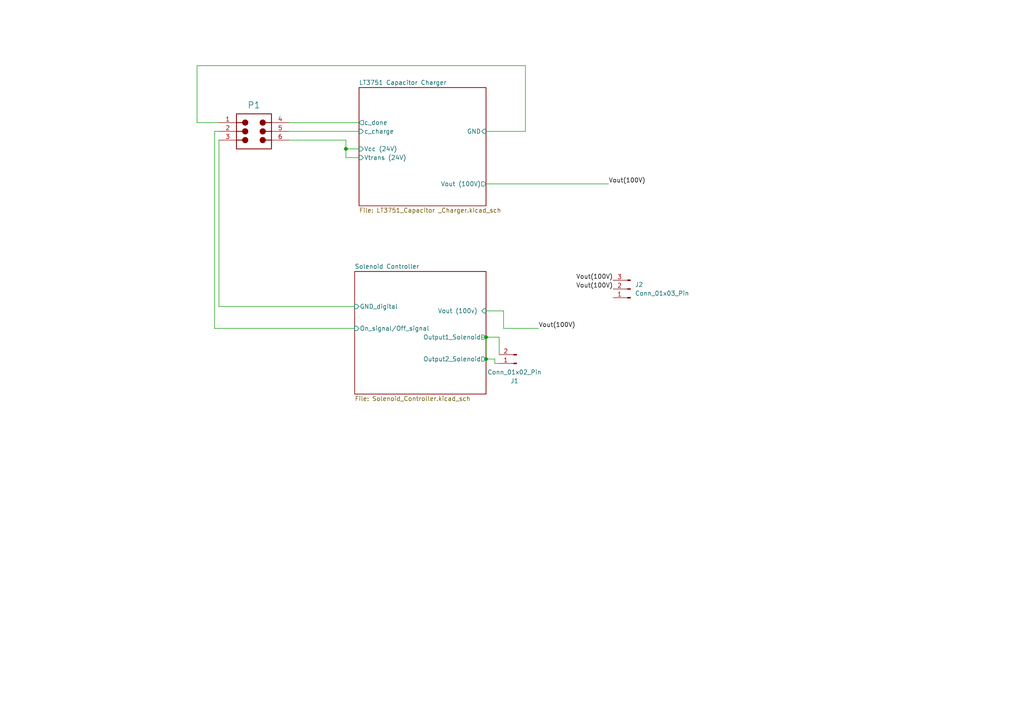
<source format=kicad_sch>
(kicad_sch (version 20231120) (generator "eeschema") (generator_version "8.0")
  (paper "A4")
  (lib_symbols
    (symbol "Connector:Conn_01x02_Pin" (pin_names (offset 1.016) hide)
      (property "Reference" "J" (at 0 2.54 0))
      (property "Value" "Conn_01x02_Pin" (at 0 -5.08 0))
      (symbol "Conn_01x02_Pin_1_1"
        (polyline (pts (xy 1.27 -2.54) (xy 0.8636 -2.54)) (stroke (width 0.1524)))
        (polyline (pts (xy 1.27 0) (xy 0.8636 0)) (stroke (width 0.1524)))
        (rectangle (start 0.8636 -2.413) (end 0 -2.667) (stroke (width 0.1524)) (fill (type outline)))
        (rectangle (start 0.8636 0.127) (end 0 -0.127) (stroke (width 0.1524)) (fill (type outline)))
        (pin passive line (at 5.08 0 180) (length 3.81) (name "Pin_1") (number "1"))
        (pin passive line (at 5.08 -2.54 180) (length 3.81) (name "Pin_2") (number "2"))
      )
    )
    (symbol "Connector:Conn_01x03_Pin" (pin_names (offset 1.016) hide)
      (property "Reference" "J" (at 0 5.08 0))
      (property "Value" "Conn_01x03_Pin" (at 0 -5.08 0))
      (symbol "Conn_01x03_Pin_1_1"
        (polyline (pts (xy 1.27 -2.54) (xy 0.8636 -2.54)) (stroke (width 0.1524)))
        (polyline (pts (xy 1.27 0) (xy 0.8636 0)) (stroke (width 0.1524)))
        (polyline (pts (xy 1.27 2.54) (xy 0.8636 2.54)) (stroke (width 0.1524)))
        (rectangle (start 0.8636 -2.413) (end 0 -2.667) (stroke (width 0.1524)) (fill (type outline)))
        (rectangle (start 0.8636 0.127) (end 0 -0.127) (stroke (width 0.1524)) (fill (type outline)))
        (rectangle (start 0.8636 2.667) (end 0 2.413) (stroke (width 0.1524)) (fill (type outline)))
        (pin passive line (at 5.08 2.54 180) (length 3.81) (name "Pin_1") (number "1"))
        (pin passive line (at 5.08 0 180) (length 3.81) (name "Pin_2") (number "2"))
        (pin passive line (at 5.08 -2.54 180) (length 3.81) (name "Pin_3") (number "3"))
      )
    )
    (symbol "WR-MPC3 3.00 mm Male Header Dual Row Vertical - THT:66200621124"
      (property "Reference" "P" (at -0.254 -12.954 0))
      (symbol "66200621124_1_0"
        (polyline (pts (xy 0 -7.62) (xy 1.778 -7.62)) (stroke (width 0.254)))
        (polyline (pts (xy 0 -5.08) (xy 1.778 -5.08)) (stroke (width 0.254)))
        (polyline (pts (xy 0 -2.54) (xy 1.778 -2.54)) (stroke (width 0.254)))
        (polyline (pts (xy 10.16 -7.62) (xy 8.382 -7.62)) (stroke (width 0.254)))
        (polyline (pts (xy 10.16 -5.08) (xy 8.382 -5.08)) (stroke (width 0.254)))
        (polyline (pts (xy 10.16 -2.54) (xy 8.382 -2.54)) (stroke (width 0.254)))
        (polyline (pts (xy 0 0) (xy 10.16 0) (xy 10.16 -10.16) (xy 0 -10.16) (xy 0 0) (xy 0 -1.27)) (stroke (width 0.254)))
        (circle (center 2.54 -7.62) (radius 0.762) (stroke (width 0.254)) (fill (type outline)))
        (circle (center 2.54 -5.08) (radius 0.762) (stroke (width 0.254)) (fill (type outline)))
        (circle (center 2.54 -2.54) (radius 0.762) (stroke (width 0.254)) (fill (type outline)))
        (circle (center 7.62 -7.62) (radius 0.762) (stroke (width 0.254)) (fill (type outline)))
        (circle (center 7.62 -5.08) (radius 0.762) (stroke (width 0.254)) (fill (type outline)))
        (circle (center 7.62 -2.54) (radius 0.762) (stroke (width 0.254)) (fill (type outline)))
        (pin passive line (at -5.08 -2.54 0) (length 5.08) (name "1") (number "1"))
        (pin passive line (at -5.08 -5.08 0) (length 5.08) (name "2") (number "2"))
        (pin passive line (at -5.08 -7.62 0) (length 5.08) (name "3") (number "3"))
        (pin passive line (at 15.24 -2.54 180) (length 5.08) (name "4") (number "4"))
        (pin passive line (at 15.24 -5.08 180) (length 5.08) (name "5") (number "5"))
        (pin passive line (at 15.24 -7.62 180) (length 5.08) (name "6") (number "6"))
      )
    )
  )
  (junction (at 140.97 104.14))
  (junction (at 100.33 43.18))
  (junction (at 140.97 97.79))
  (wire (pts (xy 140.97 97.79) (xy 144.78 97.79)))
  (wire (pts (xy 102.87 95.25) (xy 62.23 95.25)))
  (wire (pts (xy 140.97 38.1) (xy 152.4 38.1)))
  (wire (pts (xy 152.4 19.05) (xy 57.15 19.05)))
  (wire (pts (xy 146.05 95.25) (xy 146.05 90.17)))
  (wire (pts (xy 57.15 19.05) (xy 57.15 35.56)))
  (wire (pts (xy 139.7 97.79) (xy 140.97 97.79)))
  (wire (pts (xy 63.5 38.1) (xy 62.23 38.1)))
  (wire (pts (xy 144.78 97.79) (xy 144.78 102.87)))
  (wire (pts (xy 83.82 40.64) (xy 100.33 40.64)))
  (wire (pts (xy 100.33 43.18) (xy 100.33 45.72)))
  (wire (pts (xy 63.5 88.9) (xy 102.87 88.9)))
  (wire (pts (xy 63.5 40.64) (xy 63.5 88.9)))
  (wire (pts (xy 140.97 53.34) (xy 176.53 53.34)))
  (wire (pts (xy 100.33 45.72) (xy 104.14 45.72)))
  (wire (pts (xy 104.14 43.18) (xy 100.33 43.18)))
  (wire (pts (xy 100.33 40.64) (xy 100.33 43.18)))
  (wire (pts (xy 83.82 35.56) (xy 104.14 35.56)))
  (wire (pts (xy 143.51 105.41) (xy 143.51 104.14)))
  (wire (pts (xy 144.78 105.41) (xy 143.51 105.41)))
  (wire (pts (xy 83.82 38.1) (xy 104.14 38.1)))
  (wire (pts (xy 156.21 95.25) (xy 146.05 95.25)))
  (wire (pts (xy 140.97 104.14) (xy 143.51 104.14)))
  (wire (pts (xy 146.05 90.17) (xy 140.97 90.17)))
  (wire (pts (xy 152.4 38.1) (xy 152.4 19.05)))
  (wire (pts (xy 57.15 35.56) (xy 63.5 35.56)))
  (wire (pts (xy 140.97 97.79) (xy 140.97 104.14)))
  (wire (pts (xy 62.23 38.1) (xy 62.23 95.25)))
  (label "Vout(100V)" (at 177.8 81.28 180))
  (label "Vout(100V)" (at 176.53 53.34 0))
  (label "Vout(100V)" (at 177.8 83.82 180))
  (label "Vout(100V)" (at 156.21 95.25 0))
  (symbol (lib_id "Connector:Conn_01x02_Pin") (at 149.86 105.41 180) (unit 1)
    (property "Reference" "J1" (at 149.225 110.49 0))
    (property "Value" "Conn_01x02_Pin" (at 149.225 107.95 0))
    (property "Description" "Generic connector, single row, 01x02, script generated" (effects (hide yes)))
  )
  (symbol (lib_id "WR-MPC3 3.00 mm Male Header Dual Row Vertical - THT:66200621124") (at 68.58 33.02 0) (unit 1)
    (property "Reference" "P1" (at 73.66 30.48 0) (effects (font (size 1.8288 1.8288))))
    (property "Value" "66200621124" (effects (hide yes)))
    (property "Footprint" "Altium_WR-MPC3 (rev23a):66200621124" (effects (hide yes)))
    (property "Description" "WR-MPC3 THT Male Header Dual Row Vertical (Selective Gold), pitch 3mm, 6p" (effects (hide yes)))
    (property "Manufacturer Part Number" "66200621124" (effects (hide yes)))
    (property "Category" "Wire-to-Board Connectors" (effects (hide yes)))
    (property "Match Code" "WR-MPC3" (effects (hide yes)))
    (property "ComponentLink1Description" "Website Link" (effects (hide yes)))
    (property "ComponentLink1URL" "https://www.we-online.com/redexpert/article/66200621124?ad" (effects (hide yes)))
    (property "ComponentLink2Description" "Datasheet Link" (effects (hide yes)))
    (property "ComponentLink2URL" "https://www.we-online.com/redexpert/spec/66200621124?ad" (effects (hide yes)))
    (property "Manufacturer" "Wurth Elektronik" (effects (hide yes)))
    (property "Mount" "Through Hole" (effects (hide yes)))
    (property "Operating Temperature Max" "105°C" (effects (hide yes)))
    (property "Operating Temperature Min" "-40°C" (effects (hide yes)))
    (property "Packaging" "Tube" (effects (hide yes)))
    (property "Contact Resistance" "10mOhm" (effects (hide yes)))
    (property "Gender" "Male" (effects (hide yes)))
    (property "Insulation Resistance" ">1000MOhm" (effects (hide yes)))
    (property "Number of Pins" "6" (effects (hide yes)))
    (property "Number of Rows" "2" (effects (hide yes)))
    (property "Orientation" "Vertical" (effects (hide yes)))
    (property "Pitch" "3mm" (effects (hide yes)))
    (property "Rated Current" "5A" (effects (hide yes)))
    (property "Working Voltage" "250V (AC)" (effects (hide yes)))
  )
  (symbol (lib_id "Connector:Conn_01x03_Pin") (at 182.88 83.82 180) (unit 1)
    (property "Reference" "J2" (at 184.15 82.5499 0) (effects (justify right)))
    (property "Value" "Conn_01x03_Pin" (at 184.15 85.0899 0) (effects (justify right)))
    (property "Footprint" "Connector_PinHeader_2.54mm:PinHeader_1x03_P2.54mm_Vertical" (effects (hide yes)))
    (property "Description" "Generic connector, single row, 01x03, script generated" (effects (hide yes)))
  )
  (sheet (at 102.87 78.74) (size 38.1 35.56) (stroke (width 0.1524))
    (property "Sheetname" "Solenoid Controller" (at 102.87 78.0284 0) (effects (justify left bottom)))
    (property "Sheetfile" "Solenoid_Controller.kicad_sch" (at 102.87 114.8846 0) (effects (justify left top)))
    (pin "Vout (100v) " input (at 140.97 90.17 0))
    (pin "Output2_Solenoid" output (at 140.97 104.14 0))
    (pin "Output1_Solenoid" output (at 140.97 97.79 0))
    (pin "On_signal{slash}Off_signal" input (at 102.87 95.25 180))
    (pin "GND_digital" input (at 102.87 88.9 180))
  )
  (sheet (at 104.14 25.4) (size 36.83 34.29) (stroke (width 0.1524))
    (property "Sheetname" "LT3751 Capacitor Charger" (at 104.14 24.6884 0) (effects (justify left bottom)))
    (property "Sheetfile" "LT3751_Capacitor _Charger.kicad_sch" (at 104.14 60.2746 0) (effects (justify left top)))
    (pin "Vout (100V)" output (at 140.97 53.34 0))
    (pin "c_done" output (at 104.14 35.56 180))
    (pin "Vcc (24V) " input (at 104.14 43.18 180))
    (pin "c_charge" input (at 104.14 38.1 180))
    (pin "Vtrans (24V) " input (at 104.14 45.72 180))
    (pin "GND" input (at 140.97 38.1 0))
  )
)
</source>
